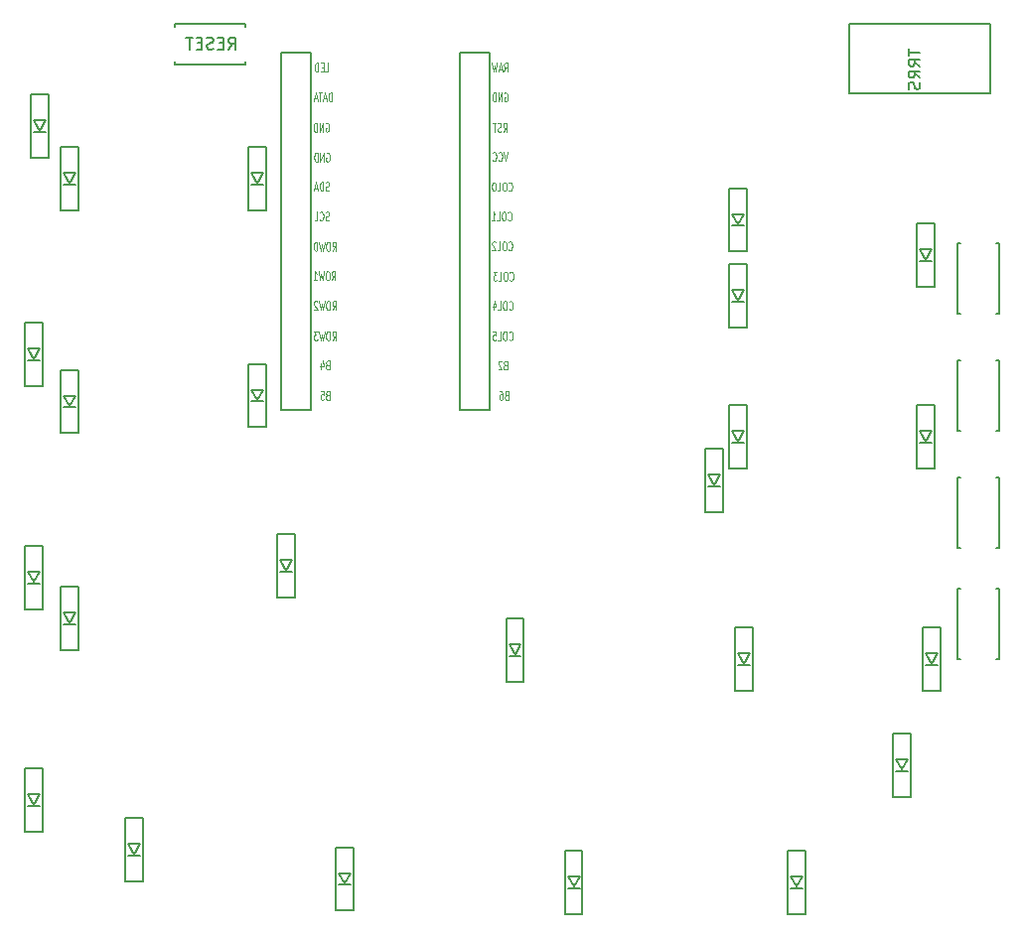
<source format=gbr>
G04 #@! TF.GenerationSoftware,KiCad,Pcbnew,(5.1.0)-1*
G04 #@! TF.CreationDate,2020-01-03T20:23:20+09:00*
G04 #@! TF.ProjectId,100cm^2,31303063-6d5e-4322-9e6b-696361645f70,rev?*
G04 #@! TF.SameCoordinates,Original*
G04 #@! TF.FileFunction,Legend,Bot*
G04 #@! TF.FilePolarity,Positive*
%FSLAX46Y46*%
G04 Gerber Fmt 4.6, Leading zero omitted, Abs format (unit mm)*
G04 Created by KiCad (PCBNEW (5.1.0)-1) date 2020-01-03 20:23:20*
%MOMM*%
%LPD*%
G04 APERTURE LIST*
%ADD10C,0.150000*%
%ADD11C,0.125000*%
G04 APERTURE END LIST*
D10*
X167500000Y-60500000D02*
X168500000Y-60500000D01*
X168000000Y-60400000D02*
X167500000Y-59500000D01*
X167500000Y-59500000D02*
X168500000Y-59500000D01*
X168500000Y-59500000D02*
X168000000Y-60400000D01*
X167250000Y-57300000D02*
X167250000Y-62700000D01*
X167250000Y-62700000D02*
X168750000Y-62700000D01*
X168750000Y-62700000D02*
X168750000Y-57300000D01*
X168750000Y-57300000D02*
X167250000Y-57300000D01*
X168250000Y-76800000D02*
X166750000Y-76800000D01*
X168250000Y-82200000D02*
X168250000Y-76800000D01*
X166750000Y-82200000D02*
X168250000Y-82200000D01*
X166750000Y-76800000D02*
X166750000Y-82200000D01*
X168000000Y-79000000D02*
X167500000Y-79900000D01*
X167000000Y-79000000D02*
X168000000Y-79000000D01*
X167500000Y-79900000D02*
X167000000Y-79000000D01*
X167000000Y-80000000D02*
X168000000Y-80000000D01*
X167000000Y-99000000D02*
X168000000Y-99000000D01*
X167500000Y-98900000D02*
X167000000Y-98000000D01*
X167000000Y-98000000D02*
X168000000Y-98000000D01*
X168000000Y-98000000D02*
X167500000Y-98900000D01*
X166750000Y-95800000D02*
X166750000Y-101200000D01*
X166750000Y-101200000D02*
X168250000Y-101200000D01*
X168250000Y-101200000D02*
X168250000Y-95800000D01*
X168250000Y-95800000D02*
X166750000Y-95800000D01*
X167000000Y-118000000D02*
X168000000Y-118000000D01*
X167500000Y-117900000D02*
X167000000Y-117000000D01*
X167000000Y-117000000D02*
X168000000Y-117000000D01*
X168000000Y-117000000D02*
X167500000Y-117900000D01*
X166750000Y-114800000D02*
X166750000Y-120200000D01*
X166750000Y-120200000D02*
X168250000Y-120200000D01*
X168250000Y-120200000D02*
X168250000Y-114800000D01*
X168250000Y-114800000D02*
X166750000Y-114800000D01*
X171250000Y-61800000D02*
X169750000Y-61800000D01*
X171250000Y-67200000D02*
X171250000Y-61800000D01*
X169750000Y-67200000D02*
X171250000Y-67200000D01*
X169750000Y-61800000D02*
X169750000Y-67200000D01*
X171000000Y-64000000D02*
X170500000Y-64900000D01*
X170000000Y-64000000D02*
X171000000Y-64000000D01*
X170500000Y-64900000D02*
X170000000Y-64000000D01*
X170000000Y-65000000D02*
X171000000Y-65000000D01*
X171250000Y-80800000D02*
X169750000Y-80800000D01*
X171250000Y-86200000D02*
X171250000Y-80800000D01*
X169750000Y-86200000D02*
X171250000Y-86200000D01*
X169750000Y-80800000D02*
X169750000Y-86200000D01*
X171000000Y-83000000D02*
X170500000Y-83900000D01*
X170000000Y-83000000D02*
X171000000Y-83000000D01*
X170500000Y-83900000D02*
X170000000Y-83000000D01*
X170000000Y-84000000D02*
X171000000Y-84000000D01*
X171250000Y-99300000D02*
X169750000Y-99300000D01*
X171250000Y-104700000D02*
X171250000Y-99300000D01*
X169750000Y-104700000D02*
X171250000Y-104700000D01*
X169750000Y-99300000D02*
X169750000Y-104700000D01*
X171000000Y-101500000D02*
X170500000Y-102400000D01*
X170000000Y-101500000D02*
X171000000Y-101500000D01*
X170500000Y-102400000D02*
X170000000Y-101500000D01*
X170000000Y-102500000D02*
X171000000Y-102500000D01*
X175500000Y-122225000D02*
X176500000Y-122225000D01*
X176000000Y-122125000D02*
X175500000Y-121225000D01*
X175500000Y-121225000D02*
X176500000Y-121225000D01*
X176500000Y-121225000D02*
X176000000Y-122125000D01*
X175250000Y-119025000D02*
X175250000Y-124425000D01*
X175250000Y-124425000D02*
X176750000Y-124425000D01*
X176750000Y-124425000D02*
X176750000Y-119025000D01*
X176750000Y-119025000D02*
X175250000Y-119025000D01*
X187250000Y-61800000D02*
X185750000Y-61800000D01*
X187250000Y-67200000D02*
X187250000Y-61800000D01*
X185750000Y-67200000D02*
X187250000Y-67200000D01*
X185750000Y-61800000D02*
X185750000Y-67200000D01*
X187000000Y-64000000D02*
X186500000Y-64900000D01*
X186000000Y-64000000D02*
X187000000Y-64000000D01*
X186500000Y-64900000D02*
X186000000Y-64000000D01*
X186000000Y-65000000D02*
X187000000Y-65000000D01*
X186000000Y-83500000D02*
X187000000Y-83500000D01*
X186500000Y-83400000D02*
X186000000Y-82500000D01*
X186000000Y-82500000D02*
X187000000Y-82500000D01*
X187000000Y-82500000D02*
X186500000Y-83400000D01*
X185750000Y-80300000D02*
X185750000Y-85700000D01*
X185750000Y-85700000D02*
X187250000Y-85700000D01*
X187250000Y-85700000D02*
X187250000Y-80300000D01*
X187250000Y-80300000D02*
X185750000Y-80300000D01*
X188500000Y-98000000D02*
X189500000Y-98000000D01*
X189000000Y-97900000D02*
X188500000Y-97000000D01*
X188500000Y-97000000D02*
X189500000Y-97000000D01*
X189500000Y-97000000D02*
X189000000Y-97900000D01*
X188250000Y-94800000D02*
X188250000Y-100200000D01*
X188250000Y-100200000D02*
X189750000Y-100200000D01*
X189750000Y-100200000D02*
X189750000Y-94800000D01*
X189750000Y-94800000D02*
X188250000Y-94800000D01*
X193500000Y-124725000D02*
X194500000Y-124725000D01*
X194000000Y-124625000D02*
X193500000Y-123725000D01*
X193500000Y-123725000D02*
X194500000Y-123725000D01*
X194500000Y-123725000D02*
X194000000Y-124625000D01*
X193250000Y-121525000D02*
X193250000Y-126925000D01*
X193250000Y-126925000D02*
X194750000Y-126925000D01*
X194750000Y-126925000D02*
X194750000Y-121525000D01*
X194750000Y-121525000D02*
X193250000Y-121525000D01*
X227000000Y-68500000D02*
X228000000Y-68500000D01*
X227500000Y-68400000D02*
X227000000Y-67500000D01*
X227000000Y-67500000D02*
X228000000Y-67500000D01*
X228000000Y-67500000D02*
X227500000Y-68400000D01*
X226750000Y-65300000D02*
X226750000Y-70700000D01*
X226750000Y-70700000D02*
X228250000Y-70700000D01*
X228250000Y-70700000D02*
X228250000Y-65300000D01*
X228250000Y-65300000D02*
X226750000Y-65300000D01*
X226250000Y-87525000D02*
X224750000Y-87525000D01*
X226250000Y-92925000D02*
X226250000Y-87525000D01*
X224750000Y-92925000D02*
X226250000Y-92925000D01*
X224750000Y-87525000D02*
X224750000Y-92925000D01*
X226000000Y-89725000D02*
X225500000Y-90625000D01*
X225000000Y-89725000D02*
X226000000Y-89725000D01*
X225500000Y-90625000D02*
X225000000Y-89725000D01*
X225000000Y-90725000D02*
X226000000Y-90725000D01*
X209250000Y-102025000D02*
X207750000Y-102025000D01*
X209250000Y-107425000D02*
X209250000Y-102025000D01*
X207750000Y-107425000D02*
X209250000Y-107425000D01*
X207750000Y-102025000D02*
X207750000Y-107425000D01*
X209000000Y-104225000D02*
X208500000Y-105125000D01*
X208000000Y-104225000D02*
X209000000Y-104225000D01*
X208500000Y-105125000D02*
X208000000Y-104225000D01*
X208000000Y-105225000D02*
X209000000Y-105225000D01*
X214250000Y-121800000D02*
X212750000Y-121800000D01*
X214250000Y-127200000D02*
X214250000Y-121800000D01*
X212750000Y-127200000D02*
X214250000Y-127200000D01*
X212750000Y-121800000D02*
X212750000Y-127200000D01*
X214000000Y-124000000D02*
X213500000Y-124900000D01*
X213000000Y-124000000D02*
X214000000Y-124000000D01*
X213500000Y-124900000D02*
X213000000Y-124000000D01*
X213000000Y-125000000D02*
X214000000Y-125000000D01*
X227000000Y-75000000D02*
X228000000Y-75000000D01*
X227500000Y-74900000D02*
X227000000Y-74000000D01*
X227000000Y-74000000D02*
X228000000Y-74000000D01*
X228000000Y-74000000D02*
X227500000Y-74900000D01*
X226750000Y-71800000D02*
X226750000Y-77200000D01*
X226750000Y-77200000D02*
X228250000Y-77200000D01*
X228250000Y-77200000D02*
X228250000Y-71800000D01*
X228250000Y-71800000D02*
X226750000Y-71800000D01*
X228250000Y-83800000D02*
X226750000Y-83800000D01*
X228250000Y-89200000D02*
X228250000Y-83800000D01*
X226750000Y-89200000D02*
X228250000Y-89200000D01*
X226750000Y-83800000D02*
X226750000Y-89200000D01*
X228000000Y-86000000D02*
X227500000Y-86900000D01*
X227000000Y-86000000D02*
X228000000Y-86000000D01*
X227500000Y-86900000D02*
X227000000Y-86000000D01*
X227000000Y-87000000D02*
X228000000Y-87000000D01*
X227500000Y-106000000D02*
X228500000Y-106000000D01*
X228000000Y-105900000D02*
X227500000Y-105000000D01*
X227500000Y-105000000D02*
X228500000Y-105000000D01*
X228500000Y-105000000D02*
X228000000Y-105900000D01*
X227250000Y-102800000D02*
X227250000Y-108200000D01*
X227250000Y-108200000D02*
X228750000Y-108200000D01*
X228750000Y-108200000D02*
X228750000Y-102800000D01*
X228750000Y-102800000D02*
X227250000Y-102800000D01*
X233250000Y-121800000D02*
X231750000Y-121800000D01*
X233250000Y-127200000D02*
X233250000Y-121800000D01*
X231750000Y-127200000D02*
X233250000Y-127200000D01*
X231750000Y-121800000D02*
X231750000Y-127200000D01*
X233000000Y-124000000D02*
X232500000Y-124900000D01*
X232000000Y-124000000D02*
X233000000Y-124000000D01*
X232500000Y-124900000D02*
X232000000Y-124000000D01*
X232000000Y-125000000D02*
X233000000Y-125000000D01*
X244250000Y-68300000D02*
X242750000Y-68300000D01*
X244250000Y-73700000D02*
X244250000Y-68300000D01*
X242750000Y-73700000D02*
X244250000Y-73700000D01*
X242750000Y-68300000D02*
X242750000Y-73700000D01*
X244000000Y-70500000D02*
X243500000Y-71400000D01*
X243000000Y-70500000D02*
X244000000Y-70500000D01*
X243500000Y-71400000D02*
X243000000Y-70500000D01*
X243000000Y-71500000D02*
X244000000Y-71500000D01*
X243000000Y-87000000D02*
X244000000Y-87000000D01*
X243500000Y-86900000D02*
X243000000Y-86000000D01*
X243000000Y-86000000D02*
X244000000Y-86000000D01*
X244000000Y-86000000D02*
X243500000Y-86900000D01*
X242750000Y-83800000D02*
X242750000Y-89200000D01*
X242750000Y-89200000D02*
X244250000Y-89200000D01*
X244250000Y-89200000D02*
X244250000Y-83800000D01*
X244250000Y-83800000D02*
X242750000Y-83800000D01*
X244750000Y-102800000D02*
X243250000Y-102800000D01*
X244750000Y-108200000D02*
X244750000Y-102800000D01*
X243250000Y-108200000D02*
X244750000Y-108200000D01*
X243250000Y-102800000D02*
X243250000Y-108200000D01*
X244500000Y-105000000D02*
X244000000Y-105900000D01*
X243500000Y-105000000D02*
X244500000Y-105000000D01*
X244000000Y-105900000D02*
X243500000Y-105000000D01*
X243500000Y-106000000D02*
X244500000Y-106000000D01*
X241000000Y-115000000D02*
X242000000Y-115000000D01*
X241500000Y-114900000D02*
X241000000Y-114000000D01*
X241000000Y-114000000D02*
X242000000Y-114000000D01*
X242000000Y-114000000D02*
X241500000Y-114900000D01*
X240750000Y-111800000D02*
X240750000Y-117200000D01*
X240750000Y-117200000D02*
X242250000Y-117200000D01*
X242250000Y-117200000D02*
X242250000Y-111800000D01*
X242250000Y-111800000D02*
X240750000Y-111800000D01*
X237000000Y-51250000D02*
X249000000Y-51250000D01*
X237000000Y-57250000D02*
X237000000Y-51250000D01*
X249000000Y-57250000D02*
X237000000Y-57250000D01*
X249000000Y-51250000D02*
X249000000Y-57250000D01*
X185500000Y-54500000D02*
X185500000Y-54750000D01*
X185500000Y-54750000D02*
X179500000Y-54750000D01*
X179500000Y-54750000D02*
X179500000Y-54500000D01*
X179500000Y-51500000D02*
X179500000Y-51250000D01*
X179500000Y-51250000D02*
X185500000Y-51250000D01*
X185500000Y-51250000D02*
X185500000Y-51500000D01*
X246250000Y-70000000D02*
X246500000Y-70000000D01*
X246250000Y-76000000D02*
X246250000Y-70000000D01*
X246500000Y-76000000D02*
X246250000Y-76000000D01*
X249750000Y-76000000D02*
X249500000Y-76000000D01*
X249750000Y-70000000D02*
X249750000Y-76000000D01*
X249500000Y-70000000D02*
X249750000Y-70000000D01*
X249500000Y-80000000D02*
X249750000Y-80000000D01*
X249750000Y-80000000D02*
X249750000Y-86000000D01*
X249750000Y-86000000D02*
X249500000Y-86000000D01*
X246500000Y-86000000D02*
X246250000Y-86000000D01*
X246250000Y-86000000D02*
X246250000Y-80000000D01*
X246250000Y-80000000D02*
X246500000Y-80000000D01*
X246250000Y-90000000D02*
X246500000Y-90000000D01*
X246250000Y-96000000D02*
X246250000Y-90000000D01*
X246500000Y-96000000D02*
X246250000Y-96000000D01*
X249750000Y-96000000D02*
X249500000Y-96000000D01*
X249750000Y-90000000D02*
X249750000Y-96000000D01*
X249500000Y-90000000D02*
X249750000Y-90000000D01*
X249500000Y-99500000D02*
X249750000Y-99500000D01*
X249750000Y-99500000D02*
X249750000Y-105500000D01*
X249750000Y-105500000D02*
X249500000Y-105500000D01*
X246500000Y-105500000D02*
X246250000Y-105500000D01*
X246250000Y-105500000D02*
X246250000Y-99500000D01*
X246250000Y-99500000D02*
X246500000Y-99500000D01*
X191113600Y-84232000D02*
X191113600Y-53752000D01*
X188573600Y-84232000D02*
X191113600Y-84232000D01*
X188573600Y-53752000D02*
X188573600Y-84232000D01*
X191113600Y-53752000D02*
X188573600Y-53752000D01*
X206333600Y-84232000D02*
X206333600Y-53752000D01*
X203793600Y-84232000D02*
X206333600Y-84232000D01*
X203793600Y-53752000D02*
X203793600Y-84232000D01*
X206333600Y-53752000D02*
X203793600Y-53752000D01*
X242038880Y-53412595D02*
X242038880Y-53984023D01*
X243038880Y-53698309D02*
X242038880Y-53698309D01*
X243038880Y-54888785D02*
X242562690Y-54555452D01*
X243038880Y-54317357D02*
X242038880Y-54317357D01*
X242038880Y-54698309D01*
X242086500Y-54793547D01*
X242134119Y-54841166D01*
X242229357Y-54888785D01*
X242372214Y-54888785D01*
X242467452Y-54841166D01*
X242515071Y-54793547D01*
X242562690Y-54698309D01*
X242562690Y-54317357D01*
X243038880Y-55888785D02*
X242562690Y-55555452D01*
X243038880Y-55317357D02*
X242038880Y-55317357D01*
X242038880Y-55698309D01*
X242086500Y-55793547D01*
X242134119Y-55841166D01*
X242229357Y-55888785D01*
X242372214Y-55888785D01*
X242467452Y-55841166D01*
X242515071Y-55793547D01*
X242562690Y-55698309D01*
X242562690Y-55317357D01*
X242991261Y-56269738D02*
X243038880Y-56412595D01*
X243038880Y-56650690D01*
X242991261Y-56745928D01*
X242943642Y-56793547D01*
X242848404Y-56841166D01*
X242753166Y-56841166D01*
X242657928Y-56793547D01*
X242610309Y-56745928D01*
X242562690Y-56650690D01*
X242515071Y-56460214D01*
X242467452Y-56364976D01*
X242419833Y-56317357D01*
X242324595Y-56269738D01*
X242229357Y-56269738D01*
X242134119Y-56317357D01*
X242086500Y-56364976D01*
X242038880Y-56460214D01*
X242038880Y-56698309D01*
X242086500Y-56841166D01*
X184079380Y-53452380D02*
X184412714Y-52976190D01*
X184650809Y-53452380D02*
X184650809Y-52452380D01*
X184269857Y-52452380D01*
X184174619Y-52500000D01*
X184127000Y-52547619D01*
X184079380Y-52642857D01*
X184079380Y-52785714D01*
X184127000Y-52880952D01*
X184174619Y-52928571D01*
X184269857Y-52976190D01*
X184650809Y-52976190D01*
X183650809Y-52928571D02*
X183317476Y-52928571D01*
X183174619Y-53452380D02*
X183650809Y-53452380D01*
X183650809Y-52452380D01*
X183174619Y-52452380D01*
X182793666Y-53404761D02*
X182650809Y-53452380D01*
X182412714Y-53452380D01*
X182317476Y-53404761D01*
X182269857Y-53357142D01*
X182222238Y-53261904D01*
X182222238Y-53166666D01*
X182269857Y-53071428D01*
X182317476Y-53023809D01*
X182412714Y-52976190D01*
X182603190Y-52928571D01*
X182698428Y-52880952D01*
X182746047Y-52833333D01*
X182793666Y-52738095D01*
X182793666Y-52642857D01*
X182746047Y-52547619D01*
X182698428Y-52500000D01*
X182603190Y-52452380D01*
X182365095Y-52452380D01*
X182222238Y-52500000D01*
X181793666Y-52928571D02*
X181460333Y-52928571D01*
X181317476Y-53452380D02*
X181793666Y-53452380D01*
X181793666Y-52452380D01*
X181317476Y-52452380D01*
X181031761Y-52452380D02*
X180460333Y-52452380D01*
X180746047Y-53452380D02*
X180746047Y-52452380D01*
D11*
X192880952Y-73141285D02*
X193047619Y-72784142D01*
X193166666Y-73141285D02*
X193166666Y-72391285D01*
X192976190Y-72391285D01*
X192928571Y-72427000D01*
X192904761Y-72462714D01*
X192880952Y-72534142D01*
X192880952Y-72641285D01*
X192904761Y-72712714D01*
X192928571Y-72748428D01*
X192976190Y-72784142D01*
X193166666Y-72784142D01*
X192571428Y-72391285D02*
X192476190Y-72391285D01*
X192428571Y-72427000D01*
X192380952Y-72498428D01*
X192357142Y-72641285D01*
X192357142Y-72891285D01*
X192380952Y-73034142D01*
X192428571Y-73105571D01*
X192476190Y-73141285D01*
X192571428Y-73141285D01*
X192619047Y-73105571D01*
X192666666Y-73034142D01*
X192690476Y-72891285D01*
X192690476Y-72641285D01*
X192666666Y-72498428D01*
X192619047Y-72427000D01*
X192571428Y-72391285D01*
X192190476Y-72391285D02*
X192071428Y-73141285D01*
X191976190Y-72605571D01*
X191880952Y-73141285D01*
X191761904Y-72391285D01*
X191309523Y-73141285D02*
X191595238Y-73141285D01*
X191452380Y-73141285D02*
X191452380Y-72391285D01*
X191500000Y-72498428D01*
X191547619Y-72569857D01*
X191595238Y-72605571D01*
X207997619Y-75617857D02*
X208021428Y-75653571D01*
X208092857Y-75689285D01*
X208140476Y-75689285D01*
X208211904Y-75653571D01*
X208259523Y-75582142D01*
X208283333Y-75510714D01*
X208307142Y-75367857D01*
X208307142Y-75260714D01*
X208283333Y-75117857D01*
X208259523Y-75046428D01*
X208211904Y-74975000D01*
X208140476Y-74939285D01*
X208092857Y-74939285D01*
X208021428Y-74975000D01*
X207997619Y-75010714D01*
X207688095Y-74939285D02*
X207592857Y-74939285D01*
X207545238Y-74975000D01*
X207497619Y-75046428D01*
X207473809Y-75189285D01*
X207473809Y-75439285D01*
X207497619Y-75582142D01*
X207545238Y-75653571D01*
X207592857Y-75689285D01*
X207688095Y-75689285D01*
X207735714Y-75653571D01*
X207783333Y-75582142D01*
X207807142Y-75439285D01*
X207807142Y-75189285D01*
X207783333Y-75046428D01*
X207735714Y-74975000D01*
X207688095Y-74939285D01*
X207021428Y-75689285D02*
X207259523Y-75689285D01*
X207259523Y-74939285D01*
X206640476Y-75189285D02*
X206640476Y-75689285D01*
X206759523Y-74903571D02*
X206878571Y-75439285D01*
X206569047Y-75439285D01*
X192930952Y-75689285D02*
X193097619Y-75332142D01*
X193216666Y-75689285D02*
X193216666Y-74939285D01*
X193026190Y-74939285D01*
X192978571Y-74975000D01*
X192954761Y-75010714D01*
X192930952Y-75082142D01*
X192930952Y-75189285D01*
X192954761Y-75260714D01*
X192978571Y-75296428D01*
X193026190Y-75332142D01*
X193216666Y-75332142D01*
X192621428Y-74939285D02*
X192526190Y-74939285D01*
X192478571Y-74975000D01*
X192430952Y-75046428D01*
X192407142Y-75189285D01*
X192407142Y-75439285D01*
X192430952Y-75582142D01*
X192478571Y-75653571D01*
X192526190Y-75689285D01*
X192621428Y-75689285D01*
X192669047Y-75653571D01*
X192716666Y-75582142D01*
X192740476Y-75439285D01*
X192740476Y-75189285D01*
X192716666Y-75046428D01*
X192669047Y-74975000D01*
X192621428Y-74939285D01*
X192240476Y-74939285D02*
X192121428Y-75689285D01*
X192026190Y-75153571D01*
X191930952Y-75689285D01*
X191811904Y-74939285D01*
X191645238Y-75010714D02*
X191621428Y-74975000D01*
X191573809Y-74939285D01*
X191454761Y-74939285D01*
X191407142Y-74975000D01*
X191383333Y-75010714D01*
X191359523Y-75082142D01*
X191359523Y-75153571D01*
X191383333Y-75260714D01*
X191669047Y-75689285D01*
X191359523Y-75689285D01*
X207997619Y-78213357D02*
X208021428Y-78249071D01*
X208092857Y-78284785D01*
X208140476Y-78284785D01*
X208211904Y-78249071D01*
X208259523Y-78177642D01*
X208283333Y-78106214D01*
X208307142Y-77963357D01*
X208307142Y-77856214D01*
X208283333Y-77713357D01*
X208259523Y-77641928D01*
X208211904Y-77570500D01*
X208140476Y-77534785D01*
X208092857Y-77534785D01*
X208021428Y-77570500D01*
X207997619Y-77606214D01*
X207688095Y-77534785D02*
X207592857Y-77534785D01*
X207545238Y-77570500D01*
X207497619Y-77641928D01*
X207473809Y-77784785D01*
X207473809Y-78034785D01*
X207497619Y-78177642D01*
X207545238Y-78249071D01*
X207592857Y-78284785D01*
X207688095Y-78284785D01*
X207735714Y-78249071D01*
X207783333Y-78177642D01*
X207807142Y-78034785D01*
X207807142Y-77784785D01*
X207783333Y-77641928D01*
X207735714Y-77570500D01*
X207688095Y-77534785D01*
X207021428Y-78284785D02*
X207259523Y-78284785D01*
X207259523Y-77534785D01*
X206616666Y-77534785D02*
X206854761Y-77534785D01*
X206878571Y-77891928D01*
X206854761Y-77856214D01*
X206807142Y-77820500D01*
X206688095Y-77820500D01*
X206640476Y-77856214D01*
X206616666Y-77891928D01*
X206592857Y-77963357D01*
X206592857Y-78141928D01*
X206616666Y-78213357D01*
X206640476Y-78249071D01*
X206688095Y-78284785D01*
X206807142Y-78284785D01*
X206854761Y-78249071D01*
X206878571Y-78213357D01*
X192930952Y-78284785D02*
X193097619Y-77927642D01*
X193216666Y-78284785D02*
X193216666Y-77534785D01*
X193026190Y-77534785D01*
X192978571Y-77570500D01*
X192954761Y-77606214D01*
X192930952Y-77677642D01*
X192930952Y-77784785D01*
X192954761Y-77856214D01*
X192978571Y-77891928D01*
X193026190Y-77927642D01*
X193216666Y-77927642D01*
X192621428Y-77534785D02*
X192526190Y-77534785D01*
X192478571Y-77570500D01*
X192430952Y-77641928D01*
X192407142Y-77784785D01*
X192407142Y-78034785D01*
X192430952Y-78177642D01*
X192478571Y-78249071D01*
X192526190Y-78284785D01*
X192621428Y-78284785D01*
X192669047Y-78249071D01*
X192716666Y-78177642D01*
X192740476Y-78034785D01*
X192740476Y-77784785D01*
X192716666Y-77641928D01*
X192669047Y-77570500D01*
X192621428Y-77534785D01*
X192240476Y-77534785D02*
X192121428Y-78284785D01*
X192026190Y-77749071D01*
X191930952Y-78284785D01*
X191811904Y-77534785D01*
X191669047Y-77534785D02*
X191359523Y-77534785D01*
X191526190Y-77820500D01*
X191454761Y-77820500D01*
X191407142Y-77856214D01*
X191383333Y-77891928D01*
X191359523Y-77963357D01*
X191359523Y-78141928D01*
X191383333Y-78213357D01*
X191407142Y-78249071D01*
X191454761Y-78284785D01*
X191597619Y-78284785D01*
X191645238Y-78249071D01*
X191669047Y-78213357D01*
X207652380Y-80396428D02*
X207580952Y-80432142D01*
X207557142Y-80467857D01*
X207533333Y-80539285D01*
X207533333Y-80646428D01*
X207557142Y-80717857D01*
X207580952Y-80753571D01*
X207628571Y-80789285D01*
X207819047Y-80789285D01*
X207819047Y-80039285D01*
X207652380Y-80039285D01*
X207604761Y-80075000D01*
X207580952Y-80110714D01*
X207557142Y-80182142D01*
X207557142Y-80253571D01*
X207580952Y-80325000D01*
X207604761Y-80360714D01*
X207652380Y-80396428D01*
X207819047Y-80396428D01*
X207342857Y-80110714D02*
X207319047Y-80075000D01*
X207271428Y-80039285D01*
X207152380Y-80039285D01*
X207104761Y-80075000D01*
X207080952Y-80110714D01*
X207057142Y-80182142D01*
X207057142Y-80253571D01*
X207080952Y-80360714D01*
X207366666Y-80789285D01*
X207057142Y-80789285D01*
X192502380Y-80368428D02*
X192430952Y-80404142D01*
X192407142Y-80439857D01*
X192383333Y-80511285D01*
X192383333Y-80618428D01*
X192407142Y-80689857D01*
X192430952Y-80725571D01*
X192478571Y-80761285D01*
X192669047Y-80761285D01*
X192669047Y-80011285D01*
X192502380Y-80011285D01*
X192454761Y-80047000D01*
X192430952Y-80082714D01*
X192407142Y-80154142D01*
X192407142Y-80225571D01*
X192430952Y-80297000D01*
X192454761Y-80332714D01*
X192502380Y-80368428D01*
X192669047Y-80368428D01*
X191954761Y-80261285D02*
X191954761Y-80761285D01*
X192073809Y-79975571D02*
X192192857Y-80511285D01*
X191883333Y-80511285D01*
X192502380Y-82971928D02*
X192430952Y-83007642D01*
X192407142Y-83043357D01*
X192383333Y-83114785D01*
X192383333Y-83221928D01*
X192407142Y-83293357D01*
X192430952Y-83329071D01*
X192478571Y-83364785D01*
X192669047Y-83364785D01*
X192669047Y-82614785D01*
X192502380Y-82614785D01*
X192454761Y-82650500D01*
X192430952Y-82686214D01*
X192407142Y-82757642D01*
X192407142Y-82829071D01*
X192430952Y-82900500D01*
X192454761Y-82936214D01*
X192502380Y-82971928D01*
X192669047Y-82971928D01*
X191930952Y-82614785D02*
X192169047Y-82614785D01*
X192192857Y-82971928D01*
X192169047Y-82936214D01*
X192121428Y-82900500D01*
X192002380Y-82900500D01*
X191954761Y-82936214D01*
X191930952Y-82971928D01*
X191907142Y-83043357D01*
X191907142Y-83221928D01*
X191930952Y-83293357D01*
X191954761Y-83329071D01*
X192002380Y-83364785D01*
X192121428Y-83364785D01*
X192169047Y-83329071D01*
X192192857Y-83293357D01*
X207752380Y-82946428D02*
X207680952Y-82982142D01*
X207657142Y-83017857D01*
X207633333Y-83089285D01*
X207633333Y-83196428D01*
X207657142Y-83267857D01*
X207680952Y-83303571D01*
X207728571Y-83339285D01*
X207919047Y-83339285D01*
X207919047Y-82589285D01*
X207752380Y-82589285D01*
X207704761Y-82625000D01*
X207680952Y-82660714D01*
X207657142Y-82732142D01*
X207657142Y-82803571D01*
X207680952Y-82875000D01*
X207704761Y-82910714D01*
X207752380Y-82946428D01*
X207919047Y-82946428D01*
X207204761Y-82589285D02*
X207300000Y-82589285D01*
X207347619Y-82625000D01*
X207371428Y-82660714D01*
X207419047Y-82767857D01*
X207442857Y-82910714D01*
X207442857Y-83196428D01*
X207419047Y-83267857D01*
X207395238Y-83303571D01*
X207347619Y-83339285D01*
X207252380Y-83339285D01*
X207204761Y-83303571D01*
X207180952Y-83267857D01*
X207157142Y-83196428D01*
X207157142Y-83017857D01*
X207180952Y-82946428D01*
X207204761Y-82910714D01*
X207252380Y-82875000D01*
X207347619Y-82875000D01*
X207395238Y-82910714D01*
X207419047Y-82946428D01*
X207442857Y-83017857D01*
X207947619Y-65467857D02*
X207971428Y-65503571D01*
X208042857Y-65539285D01*
X208090476Y-65539285D01*
X208161904Y-65503571D01*
X208209523Y-65432142D01*
X208233333Y-65360714D01*
X208257142Y-65217857D01*
X208257142Y-65110714D01*
X208233333Y-64967857D01*
X208209523Y-64896428D01*
X208161904Y-64825000D01*
X208090476Y-64789285D01*
X208042857Y-64789285D01*
X207971428Y-64825000D01*
X207947619Y-64860714D01*
X207638095Y-64789285D02*
X207542857Y-64789285D01*
X207495238Y-64825000D01*
X207447619Y-64896428D01*
X207423809Y-65039285D01*
X207423809Y-65289285D01*
X207447619Y-65432142D01*
X207495238Y-65503571D01*
X207542857Y-65539285D01*
X207638095Y-65539285D01*
X207685714Y-65503571D01*
X207733333Y-65432142D01*
X207757142Y-65289285D01*
X207757142Y-65039285D01*
X207733333Y-64896428D01*
X207685714Y-64825000D01*
X207638095Y-64789285D01*
X206971428Y-65539285D02*
X207209523Y-65539285D01*
X207209523Y-64789285D01*
X206709523Y-64789285D02*
X206661904Y-64789285D01*
X206614285Y-64825000D01*
X206590476Y-64860714D01*
X206566666Y-64932142D01*
X206542857Y-65075000D01*
X206542857Y-65253571D01*
X206566666Y-65396428D01*
X206590476Y-65467857D01*
X206614285Y-65503571D01*
X206661904Y-65539285D01*
X206709523Y-65539285D01*
X206757142Y-65503571D01*
X206780952Y-65467857D01*
X206804761Y-65396428D01*
X206828571Y-65253571D01*
X206828571Y-65075000D01*
X206804761Y-64932142D01*
X206780952Y-64860714D01*
X206757142Y-64825000D01*
X206709523Y-64789285D01*
X192646142Y-65485571D02*
X192574714Y-65521285D01*
X192455666Y-65521285D01*
X192408047Y-65485571D01*
X192384238Y-65449857D01*
X192360428Y-65378428D01*
X192360428Y-65307000D01*
X192384238Y-65235571D01*
X192408047Y-65199857D01*
X192455666Y-65164142D01*
X192550904Y-65128428D01*
X192598523Y-65092714D01*
X192622333Y-65057000D01*
X192646142Y-64985571D01*
X192646142Y-64914142D01*
X192622333Y-64842714D01*
X192598523Y-64807000D01*
X192550904Y-64771285D01*
X192431857Y-64771285D01*
X192360428Y-64807000D01*
X192146142Y-65521285D02*
X192146142Y-64771285D01*
X192027095Y-64771285D01*
X191955666Y-64807000D01*
X191908047Y-64878428D01*
X191884238Y-64949857D01*
X191860428Y-65092714D01*
X191860428Y-65199857D01*
X191884238Y-65342714D01*
X191908047Y-65414142D01*
X191955666Y-65485571D01*
X192027095Y-65521285D01*
X192146142Y-65521285D01*
X191669952Y-65307000D02*
X191431857Y-65307000D01*
X191717571Y-65521285D02*
X191550904Y-64771285D01*
X191384238Y-65521285D01*
X207897619Y-67989857D02*
X207921428Y-68025571D01*
X207992857Y-68061285D01*
X208040476Y-68061285D01*
X208111904Y-68025571D01*
X208159523Y-67954142D01*
X208183333Y-67882714D01*
X208207142Y-67739857D01*
X208207142Y-67632714D01*
X208183333Y-67489857D01*
X208159523Y-67418428D01*
X208111904Y-67347000D01*
X208040476Y-67311285D01*
X207992857Y-67311285D01*
X207921428Y-67347000D01*
X207897619Y-67382714D01*
X207588095Y-67311285D02*
X207492857Y-67311285D01*
X207445238Y-67347000D01*
X207397619Y-67418428D01*
X207373809Y-67561285D01*
X207373809Y-67811285D01*
X207397619Y-67954142D01*
X207445238Y-68025571D01*
X207492857Y-68061285D01*
X207588095Y-68061285D01*
X207635714Y-68025571D01*
X207683333Y-67954142D01*
X207707142Y-67811285D01*
X207707142Y-67561285D01*
X207683333Y-67418428D01*
X207635714Y-67347000D01*
X207588095Y-67311285D01*
X206921428Y-68061285D02*
X207159523Y-68061285D01*
X207159523Y-67311285D01*
X206492857Y-68061285D02*
X206778571Y-68061285D01*
X206635714Y-68061285D02*
X206635714Y-67311285D01*
X206683333Y-67418428D01*
X206730952Y-67489857D01*
X206778571Y-67525571D01*
X192634238Y-68025571D02*
X192562809Y-68061285D01*
X192443761Y-68061285D01*
X192396142Y-68025571D01*
X192372333Y-67989857D01*
X192348523Y-67918428D01*
X192348523Y-67847000D01*
X192372333Y-67775571D01*
X192396142Y-67739857D01*
X192443761Y-67704142D01*
X192539000Y-67668428D01*
X192586619Y-67632714D01*
X192610428Y-67597000D01*
X192634238Y-67525571D01*
X192634238Y-67454142D01*
X192610428Y-67382714D01*
X192586619Y-67347000D01*
X192539000Y-67311285D01*
X192419952Y-67311285D01*
X192348523Y-67347000D01*
X191848523Y-67989857D02*
X191872333Y-68025571D01*
X191943761Y-68061285D01*
X191991380Y-68061285D01*
X192062809Y-68025571D01*
X192110428Y-67954142D01*
X192134238Y-67882714D01*
X192158047Y-67739857D01*
X192158047Y-67632714D01*
X192134238Y-67489857D01*
X192110428Y-67418428D01*
X192062809Y-67347000D01*
X191991380Y-67311285D01*
X191943761Y-67311285D01*
X191872333Y-67347000D01*
X191848523Y-67382714D01*
X191396142Y-68061285D02*
X191634238Y-68061285D01*
X191634238Y-67311285D01*
X207947619Y-70529857D02*
X207971428Y-70565571D01*
X208042857Y-70601285D01*
X208090476Y-70601285D01*
X208161904Y-70565571D01*
X208209523Y-70494142D01*
X208233333Y-70422714D01*
X208257142Y-70279857D01*
X208257142Y-70172714D01*
X208233333Y-70029857D01*
X208209523Y-69958428D01*
X208161904Y-69887000D01*
X208090476Y-69851285D01*
X208042857Y-69851285D01*
X207971428Y-69887000D01*
X207947619Y-69922714D01*
X207638095Y-69851285D02*
X207542857Y-69851285D01*
X207495238Y-69887000D01*
X207447619Y-69958428D01*
X207423809Y-70101285D01*
X207423809Y-70351285D01*
X207447619Y-70494142D01*
X207495238Y-70565571D01*
X207542857Y-70601285D01*
X207638095Y-70601285D01*
X207685714Y-70565571D01*
X207733333Y-70494142D01*
X207757142Y-70351285D01*
X207757142Y-70101285D01*
X207733333Y-69958428D01*
X207685714Y-69887000D01*
X207638095Y-69851285D01*
X206971428Y-70601285D02*
X207209523Y-70601285D01*
X207209523Y-69851285D01*
X206828571Y-69922714D02*
X206804761Y-69887000D01*
X206757142Y-69851285D01*
X206638095Y-69851285D01*
X206590476Y-69887000D01*
X206566666Y-69922714D01*
X206542857Y-69994142D01*
X206542857Y-70065571D01*
X206566666Y-70172714D01*
X206852380Y-70601285D01*
X206542857Y-70601285D01*
X192930952Y-70639285D02*
X193097619Y-70282142D01*
X193216666Y-70639285D02*
X193216666Y-69889285D01*
X193026190Y-69889285D01*
X192978571Y-69925000D01*
X192954761Y-69960714D01*
X192930952Y-70032142D01*
X192930952Y-70139285D01*
X192954761Y-70210714D01*
X192978571Y-70246428D01*
X193026190Y-70282142D01*
X193216666Y-70282142D01*
X192621428Y-69889285D02*
X192526190Y-69889285D01*
X192478571Y-69925000D01*
X192430952Y-69996428D01*
X192407142Y-70139285D01*
X192407142Y-70389285D01*
X192430952Y-70532142D01*
X192478571Y-70603571D01*
X192526190Y-70639285D01*
X192621428Y-70639285D01*
X192669047Y-70603571D01*
X192716666Y-70532142D01*
X192740476Y-70389285D01*
X192740476Y-70139285D01*
X192716666Y-69996428D01*
X192669047Y-69925000D01*
X192621428Y-69889285D01*
X192240476Y-69889285D02*
X192121428Y-70639285D01*
X192026190Y-70103571D01*
X191930952Y-70639285D01*
X191811904Y-69889285D01*
X191526190Y-69889285D02*
X191478571Y-69889285D01*
X191430952Y-69925000D01*
X191407142Y-69960714D01*
X191383333Y-70032142D01*
X191359523Y-70175000D01*
X191359523Y-70353571D01*
X191383333Y-70496428D01*
X191407142Y-70567857D01*
X191430952Y-70603571D01*
X191478571Y-70639285D01*
X191526190Y-70639285D01*
X191573809Y-70603571D01*
X191597619Y-70567857D01*
X191621428Y-70496428D01*
X191645238Y-70353571D01*
X191645238Y-70175000D01*
X191621428Y-70032142D01*
X191597619Y-69960714D01*
X191573809Y-69925000D01*
X191526190Y-69889285D01*
X208047619Y-73117857D02*
X208071428Y-73153571D01*
X208142857Y-73189285D01*
X208190476Y-73189285D01*
X208261904Y-73153571D01*
X208309523Y-73082142D01*
X208333333Y-73010714D01*
X208357142Y-72867857D01*
X208357142Y-72760714D01*
X208333333Y-72617857D01*
X208309523Y-72546428D01*
X208261904Y-72475000D01*
X208190476Y-72439285D01*
X208142857Y-72439285D01*
X208071428Y-72475000D01*
X208047619Y-72510714D01*
X207738095Y-72439285D02*
X207642857Y-72439285D01*
X207595238Y-72475000D01*
X207547619Y-72546428D01*
X207523809Y-72689285D01*
X207523809Y-72939285D01*
X207547619Y-73082142D01*
X207595238Y-73153571D01*
X207642857Y-73189285D01*
X207738095Y-73189285D01*
X207785714Y-73153571D01*
X207833333Y-73082142D01*
X207857142Y-72939285D01*
X207857142Y-72689285D01*
X207833333Y-72546428D01*
X207785714Y-72475000D01*
X207738095Y-72439285D01*
X207071428Y-73189285D02*
X207309523Y-73189285D01*
X207309523Y-72439285D01*
X206952380Y-72439285D02*
X206642857Y-72439285D01*
X206809523Y-72725000D01*
X206738095Y-72725000D01*
X206690476Y-72760714D01*
X206666666Y-72796428D01*
X206642857Y-72867857D01*
X206642857Y-73046428D01*
X206666666Y-73117857D01*
X206690476Y-73153571D01*
X206738095Y-73189285D01*
X206880952Y-73189285D01*
X206928571Y-73153571D01*
X206952380Y-73117857D01*
X192419952Y-62330500D02*
X192467571Y-62294785D01*
X192539000Y-62294785D01*
X192610428Y-62330500D01*
X192658047Y-62401928D01*
X192681857Y-62473357D01*
X192705666Y-62616214D01*
X192705666Y-62723357D01*
X192681857Y-62866214D01*
X192658047Y-62937642D01*
X192610428Y-63009071D01*
X192539000Y-63044785D01*
X192491380Y-63044785D01*
X192419952Y-63009071D01*
X192396142Y-62973357D01*
X192396142Y-62723357D01*
X192491380Y-62723357D01*
X192181857Y-63044785D02*
X192181857Y-62294785D01*
X191896142Y-63044785D01*
X191896142Y-62294785D01*
X191658047Y-63044785D02*
X191658047Y-62294785D01*
X191539000Y-62294785D01*
X191467571Y-62330500D01*
X191419952Y-62401928D01*
X191396142Y-62473357D01*
X191372333Y-62616214D01*
X191372333Y-62723357D01*
X191396142Y-62866214D01*
X191419952Y-62937642D01*
X191467571Y-63009071D01*
X191539000Y-63044785D01*
X191658047Y-63044785D01*
X207882166Y-62231285D02*
X207715500Y-62981285D01*
X207548833Y-62231285D01*
X207096452Y-62909857D02*
X207120261Y-62945571D01*
X207191690Y-62981285D01*
X207239309Y-62981285D01*
X207310738Y-62945571D01*
X207358357Y-62874142D01*
X207382166Y-62802714D01*
X207405976Y-62659857D01*
X207405976Y-62552714D01*
X207382166Y-62409857D01*
X207358357Y-62338428D01*
X207310738Y-62267000D01*
X207239309Y-62231285D01*
X207191690Y-62231285D01*
X207120261Y-62267000D01*
X207096452Y-62302714D01*
X206596452Y-62909857D02*
X206620261Y-62945571D01*
X206691690Y-62981285D01*
X206739309Y-62981285D01*
X206810738Y-62945571D01*
X206858357Y-62874142D01*
X206882166Y-62802714D01*
X206905976Y-62659857D01*
X206905976Y-62552714D01*
X206882166Y-62409857D01*
X206858357Y-62338428D01*
X206810738Y-62267000D01*
X206739309Y-62231285D01*
X206691690Y-62231285D01*
X206620261Y-62267000D01*
X206596452Y-62302714D01*
X192356452Y-59790500D02*
X192404071Y-59754785D01*
X192475500Y-59754785D01*
X192546928Y-59790500D01*
X192594547Y-59861928D01*
X192618357Y-59933357D01*
X192642166Y-60076214D01*
X192642166Y-60183357D01*
X192618357Y-60326214D01*
X192594547Y-60397642D01*
X192546928Y-60469071D01*
X192475500Y-60504785D01*
X192427880Y-60504785D01*
X192356452Y-60469071D01*
X192332642Y-60433357D01*
X192332642Y-60183357D01*
X192427880Y-60183357D01*
X192118357Y-60504785D02*
X192118357Y-59754785D01*
X191832642Y-60504785D01*
X191832642Y-59754785D01*
X191594547Y-60504785D02*
X191594547Y-59754785D01*
X191475500Y-59754785D01*
X191404071Y-59790500D01*
X191356452Y-59861928D01*
X191332642Y-59933357D01*
X191308833Y-60076214D01*
X191308833Y-60183357D01*
X191332642Y-60326214D01*
X191356452Y-60397642D01*
X191404071Y-60469071D01*
X191475500Y-60504785D01*
X191594547Y-60504785D01*
X207489309Y-60504785D02*
X207655976Y-60147642D01*
X207775023Y-60504785D02*
X207775023Y-59754785D01*
X207584547Y-59754785D01*
X207536928Y-59790500D01*
X207513119Y-59826214D01*
X207489309Y-59897642D01*
X207489309Y-60004785D01*
X207513119Y-60076214D01*
X207536928Y-60111928D01*
X207584547Y-60147642D01*
X207775023Y-60147642D01*
X207298833Y-60469071D02*
X207227404Y-60504785D01*
X207108357Y-60504785D01*
X207060738Y-60469071D01*
X207036928Y-60433357D01*
X207013119Y-60361928D01*
X207013119Y-60290500D01*
X207036928Y-60219071D01*
X207060738Y-60183357D01*
X207108357Y-60147642D01*
X207203595Y-60111928D01*
X207251214Y-60076214D01*
X207275023Y-60040500D01*
X207298833Y-59969071D01*
X207298833Y-59897642D01*
X207275023Y-59826214D01*
X207251214Y-59790500D01*
X207203595Y-59754785D01*
X207084547Y-59754785D01*
X207013119Y-59790500D01*
X206870261Y-59754785D02*
X206584547Y-59754785D01*
X206727404Y-60504785D02*
X206727404Y-59754785D01*
X192900000Y-57889285D02*
X192900000Y-57139285D01*
X192780952Y-57139285D01*
X192709523Y-57175000D01*
X192661904Y-57246428D01*
X192638095Y-57317857D01*
X192614285Y-57460714D01*
X192614285Y-57567857D01*
X192638095Y-57710714D01*
X192661904Y-57782142D01*
X192709523Y-57853571D01*
X192780952Y-57889285D01*
X192900000Y-57889285D01*
X192423809Y-57675000D02*
X192185714Y-57675000D01*
X192471428Y-57889285D02*
X192304761Y-57139285D01*
X192138095Y-57889285D01*
X192042857Y-57139285D02*
X191757142Y-57139285D01*
X191900000Y-57889285D02*
X191900000Y-57139285D01*
X191614285Y-57675000D02*
X191376190Y-57675000D01*
X191661904Y-57889285D02*
X191495238Y-57139285D01*
X191328571Y-57889285D01*
X207596452Y-57187000D02*
X207644071Y-57151285D01*
X207715500Y-57151285D01*
X207786928Y-57187000D01*
X207834547Y-57258428D01*
X207858357Y-57329857D01*
X207882166Y-57472714D01*
X207882166Y-57579857D01*
X207858357Y-57722714D01*
X207834547Y-57794142D01*
X207786928Y-57865571D01*
X207715500Y-57901285D01*
X207667880Y-57901285D01*
X207596452Y-57865571D01*
X207572642Y-57829857D01*
X207572642Y-57579857D01*
X207667880Y-57579857D01*
X207358357Y-57901285D02*
X207358357Y-57151285D01*
X207072642Y-57901285D01*
X207072642Y-57151285D01*
X206834547Y-57901285D02*
X206834547Y-57151285D01*
X206715500Y-57151285D01*
X206644071Y-57187000D01*
X206596452Y-57258428D01*
X206572642Y-57329857D01*
X206548833Y-57472714D01*
X206548833Y-57579857D01*
X206572642Y-57722714D01*
X206596452Y-57794142D01*
X206644071Y-57865571D01*
X206715500Y-57901285D01*
X206834547Y-57901285D01*
X192321428Y-55361285D02*
X192559523Y-55361285D01*
X192559523Y-54611285D01*
X192154761Y-54968428D02*
X191988095Y-54968428D01*
X191916666Y-55361285D02*
X192154761Y-55361285D01*
X192154761Y-54611285D01*
X191916666Y-54611285D01*
X191702380Y-55361285D02*
X191702380Y-54611285D01*
X191583333Y-54611285D01*
X191511904Y-54647000D01*
X191464285Y-54718428D01*
X191440476Y-54789857D01*
X191416666Y-54932714D01*
X191416666Y-55039857D01*
X191440476Y-55182714D01*
X191464285Y-55254142D01*
X191511904Y-55325571D01*
X191583333Y-55361285D01*
X191702380Y-55361285D01*
X207560738Y-55361285D02*
X207727404Y-55004142D01*
X207846452Y-55361285D02*
X207846452Y-54611285D01*
X207655976Y-54611285D01*
X207608357Y-54647000D01*
X207584547Y-54682714D01*
X207560738Y-54754142D01*
X207560738Y-54861285D01*
X207584547Y-54932714D01*
X207608357Y-54968428D01*
X207655976Y-55004142D01*
X207846452Y-55004142D01*
X207370261Y-55147000D02*
X207132166Y-55147000D01*
X207417880Y-55361285D02*
X207251214Y-54611285D01*
X207084547Y-55361285D01*
X206965500Y-54611285D02*
X206846452Y-55361285D01*
X206751214Y-54825571D01*
X206655976Y-55361285D01*
X206536928Y-54611285D01*
D10*
M02*

</source>
